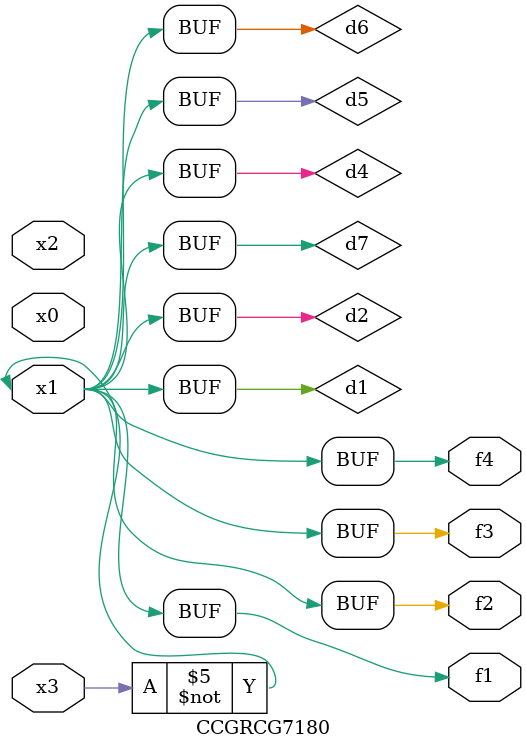
<source format=v>
module CCGRCG7180(
	input x0, x1, x2, x3,
	output f1, f2, f3, f4
);

	wire d1, d2, d3, d4, d5, d6, d7;

	not (d1, x3);
	buf (d2, x1);
	xnor (d3, d1, d2);
	nor (d4, d1);
	buf (d5, d1, d2);
	buf (d6, d4, d5);
	nand (d7, d4);
	assign f1 = d6;
	assign f2 = d7;
	assign f3 = d6;
	assign f4 = d6;
endmodule

</source>
